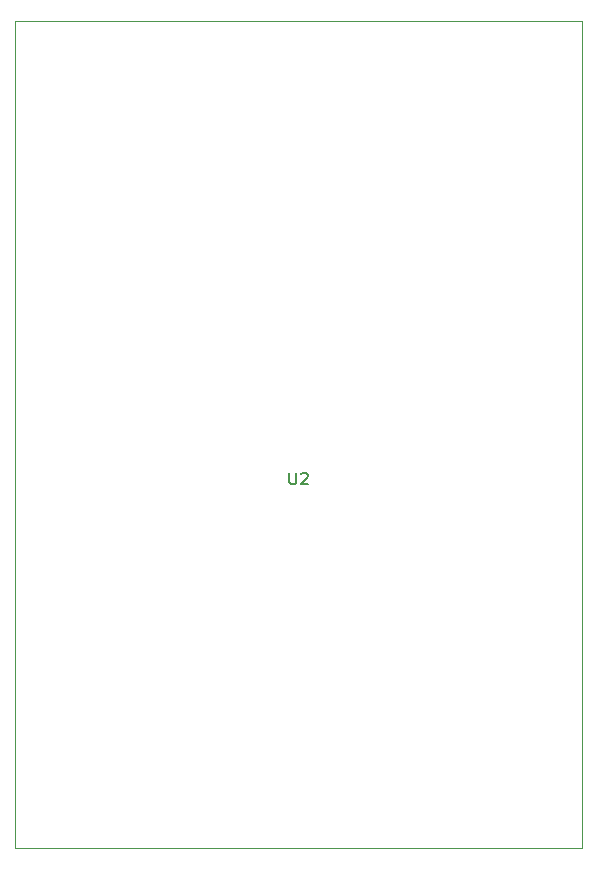
<source format=gbr>
G04 #@! TF.GenerationSoftware,KiCad,Pcbnew,(5.1.0)-1*
G04 #@! TF.CreationDate,2020-01-26T20:33:10+01:00*
G04 #@! TF.ProjectId,Huge7SegDisplay,48756765-3753-4656-9744-6973706c6179,rev?*
G04 #@! TF.SameCoordinates,Original*
G04 #@! TF.FileFunction,Legend,Top*
G04 #@! TF.FilePolarity,Positive*
%FSLAX46Y46*%
G04 Gerber Fmt 4.6, Leading zero omitted, Abs format (unit mm)*
G04 Created by KiCad (PCBNEW (5.1.0)-1) date 2020-01-26 20:33:10*
%MOMM*%
%LPD*%
G04 APERTURE LIST*
%ADD10C,0.120000*%
%ADD11C,0.150000*%
G04 APERTURE END LIST*
D10*
X77600000Y-131950000D02*
X125600000Y-131950000D01*
X125600000Y-131950000D02*
X125600000Y-61950000D01*
X125600000Y-61950000D02*
X77600000Y-61950000D01*
X77600000Y-61950000D02*
X77600000Y-131950000D01*
D11*
X100838095Y-100202380D02*
X100838095Y-101011904D01*
X100885714Y-101107142D01*
X100933333Y-101154761D01*
X101028571Y-101202380D01*
X101219047Y-101202380D01*
X101314285Y-101154761D01*
X101361904Y-101107142D01*
X101409523Y-101011904D01*
X101409523Y-100202380D01*
X101838095Y-100297619D02*
X101885714Y-100250000D01*
X101980952Y-100202380D01*
X102219047Y-100202380D01*
X102314285Y-100250000D01*
X102361904Y-100297619D01*
X102409523Y-100392857D01*
X102409523Y-100488095D01*
X102361904Y-100630952D01*
X101790476Y-101202380D01*
X102409523Y-101202380D01*
M02*

</source>
